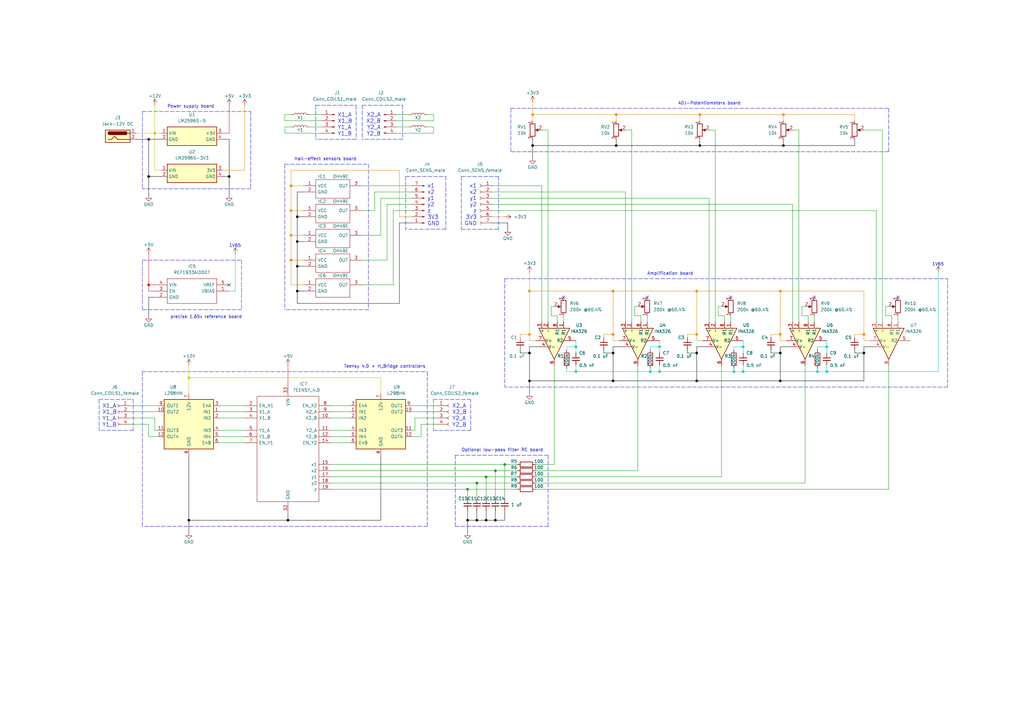
<source format=kicad_sch>
(kicad_sch (version 20211123) (generator eeschema)
  (paper "A3")
  (lib_symbols
    (symbol "Amplifier_Instrumentation:INA326" (pin_names (offset 0.127))
      (property "Reference" "U?" (at 6.5788 -11.43 90))
      (property "Value" "INA326" (at 4.0388 -11.43 90))
      (symbol "INA326_1_1"
        (pin passive line (at -7.62 3.81 0) (length 2.54) (name "R1") (number "1"))
        (pin input line (at -7.62 -2.54 0) (length 2.54) (name "-") (number "2"))
        (pin input line (at -7.62 -5.08 0) (length 2.54) (name "+") (number "3"))
        (pin power_in line (at 2.54 -6.35 90) (length 3.81) (name "V-") (number "4"))
        (pin input line (at 0 8.89 270) (length 5.08) (name "R2") (number "5"))
        (pin output line (at 10.16 0 180) (length 2.54) (name "~") (number "6"))
        (pin power_in line (at 0 -7.62 90) (length 3.81) (name "V+") (number "7"))
        (pin passive line (at -7.62 1.27 0) (length 2.54) (name "R1") (number "8"))
      )
    )
    (symbol "Connector:Conn_01x04_Female" (pin_names (offset 1.016) hide)
      (property "Reference" "J" (at 0 5.08 0))
      (property "Value" "Conn_01x04_Female" (at 0 -7.62 0))
      (symbol "Conn_01x04_Female_1_1"
        (pin passive line (at -5.08 2.54 0) (length 3.81) (name "Pin_1") (number "1"))
        (pin passive line (at -5.08 0 0) (length 3.81) (name "Pin_2") (number "2"))
        (pin passive line (at -5.08 -2.54 0) (length 3.81) (name "Pin_3") (number "3"))
        (pin passive line (at -5.08 -5.08 0) (length 3.81) (name "Pin_4") (number "4"))
      )
    )
    (symbol "Connector:Conn_01x04_Male" (pin_names (offset 1.016) hide)
      (property "Reference" "J" (at 0 5.08 0))
      (property "Value" "Conn_01x04_Male" (at 0 -7.62 0))
      (symbol "Conn_01x04_Male_1_1"
        (pin passive line (at 5.08 2.54 180) (length 3.81) (name "Pin_1") (number "1"))
        (pin passive line (at 5.08 0 180) (length 3.81) (name "Pin_2") (number "2"))
        (pin passive line (at 5.08 -2.54 180) (length 3.81) (name "Pin_3") (number "3"))
        (pin passive line (at 5.08 -5.08 180) (length 3.81) (name "Pin_4") (number "4"))
      )
    )
    (symbol "Connector:Conn_01x07_Female" (pin_names (offset 1.016) hide)
      (property "Reference" "J" (at 0 10.16 0))
      (property "Value" "Conn_01x07_Female" (at 0 -10.16 0))
      (symbol "Conn_01x07_Female_1_1"
        (pin passive line (at -5.08 7.62 0) (length 3.81) (name "Pin_1") (number "1"))
        (pin passive line (at -5.08 5.08 0) (length 3.81) (name "Pin_2") (number "2"))
        (pin passive line (at -5.08 2.54 0) (length 3.81) (name "Pin_3") (number "3"))
        (pin passive line (at -5.08 0 0) (length 3.81) (name "Pin_4") (number "4"))
        (pin passive line (at -5.08 -2.54 0) (length 3.81) (name "Pin_5") (number "5"))
        (pin passive line (at -5.08 -5.08 0) (length 3.81) (name "Pin_6") (number "6"))
        (pin passive line (at -5.08 -7.62 0) (length 3.81) (name "Pin_7") (number "7"))
      )
    )
    (symbol "Connector:Conn_01x07_Male" (pin_names (offset 1.016) hide)
      (property "Reference" "J" (at 0 10.16 0))
      (property "Value" "Conn_01x07_Male" (at 0 -10.16 0))
      (symbol "Conn_01x07_Male_1_1"
        (pin passive line (at 5.08 7.62 180) (length 3.81) (name "Pin_1") (number "1"))
        (pin passive line (at 5.08 5.08 180) (length 3.81) (name "Pin_2") (number "2"))
        (pin passive line (at 5.08 2.54 180) (length 3.81) (name "Pin_3") (number "3"))
        (pin passive line (at 5.08 0 180) (length 3.81) (name "Pin_4") (number "4"))
        (pin passive line (at 5.08 -2.54 180) (length 3.81) (name "Pin_5") (number "5"))
        (pin passive line (at 5.08 -5.08 180) (length 3.81) (name "Pin_6") (number "6"))
        (pin passive line (at 5.08 -7.62 180) (length 3.81) (name "Pin_7") (number "7"))
      )
    )
    (symbol "Connector:Jack-DC" (pin_names (offset 1.016))
      (property "Reference" "J?" (at 0 8.89 0))
      (property "Value" "Jack-12V DC" (at 0 6.35 0))
      (symbol "Jack-DC_1_1"
        (pin passive line (at 7.62 2.54 180) (length 2.54) (name "~") (number "1"))
        (pin passive line (at 7.62 0 180) (length 2.54) (name "~") (number "2"))
      )
    )
    (symbol "Device:C_Small" (pin_numbers hide) (pin_names (offset 0.254) hide)
      (property "Reference" "C" (at 0.254 1.778 0))
      (property "Value" "C_Small" (at 0.254 -2.032 0))
      (symbol "C_Small_1_1"
        (pin passive line (at 0 2.54 270) (length 2.032) (name "~") (number "1"))
        (pin passive line (at 0 -2.54 90) (length 2.032) (name "~") (number "2"))
      )
    )
    (symbol "Device:L" (pin_numbers hide) (pin_names (offset 1.016) hide)
      (property "Reference" "L" (at -1.27 0 90))
      (property "Value" "L" (at 1.905 0 90))
      (symbol "L_1_1"
        (pin passive line (at 0 3.81 270) (length 1.27) (name "1") (number "1"))
        (pin passive line (at 0 -3.81 90) (length 1.27) (name "2") (number "2"))
      )
    )
    (symbol "Device:R" (pin_numbers hide) (pin_names (offset 0))
      (property "Reference" "R" (at 2.032 0 90))
      (property "Value" "R" (at 0 0 90))
      (symbol "R_1_1"
        (pin passive line (at 0 3.81 270) (length 1.27) (name "~") (number "1"))
        (pin passive line (at 0 -3.81 90) (length 1.27) (name "~") (number "2"))
      )
    )
    (symbol "Device:R_Potentiometer" (pin_names (offset 1.016) hide)
      (property "Reference" "RV" (at -4.445 0 90))
      (property "Value" "R_Potentiometer" (at -2.54 0 90))
      (symbol "R_Potentiometer_1_1"
        (pin passive line (at 0 3.81 270) (length 1.27) (name "1") (number "1"))
        (pin passive line (at 3.81 0 180) (length 1.27) (name "2") (number "2"))
        (pin passive line (at 0 -3.81 90) (length 1.27) (name "3") (number "3"))
      )
    )
    (symbol "Driver_Motor:L298HN" (pin_names (offset 1.016))
      (property "Reference" "U?" (at 2.54 20.32 0))
      (property "Value" "L298HN" (at 0 17.78 0))
      (symbol "L298HN_1_1"
        (pin input line (at -15.24 10.16 0) (length 2.54) (name "IN1") (number "1"))
        (pin output line (at 10.16 10.16 180) (length 2.54) (name "OUT2") (number "10"))
        (pin output line (at 10.16 2.54 180) (length 2.54) (name "OUT3") (number "11"))
        (pin output line (at 10.16 0 180) (length 2.54) (name "OUT4") (number "12"))
        (pin input line (at -15.24 7.62 0) (length 2.54) (name "IN2") (number "2"))
        (pin input line (at -15.24 12.7 0) (length 2.54) (name "EnA") (number "3"))
        (pin input line (at -15.24 2.54 0) (length 2.54) (name "IN3") (number "4"))
        (pin input line (at -15.24 0 0) (length 2.54) (name "IN4") (number "5"))
        (pin input line (at -15.24 -2.54 0) (length 2.54) (name "EnB") (number "6"))
        (pin power_in line (at -2.54 17.78 270) (length 2.54) (name "12V") (number "7"))
        (pin power_in line (at -2.54 -7.62 90) (length 2.54) (name "GND") (number "8"))
        (pin output line (at 10.16 12.7 180) (length 2.54) (name "OUT1") (number "9"))
      )
    )
    (symbol "LM2596S-5_1"
      (property "Reference" "U?" (at 0 10.16 0))
      (property "Value" "LM2596S-3V3" (at 0 7.62 0))
      (symbol "LM2596S-5_1_1_1"
        (pin power_in line (at -12.7 2.54 0) (length 2.54) (name "VIN") (number "1"))
        (pin power_in line (at -12.7 0 0) (length 2.54) (name "GND") (number "2"))
        (pin power_out line (at 12.7 2.54 180) (length 2.54) (name "3V3") (number "3"))
        (pin power_out line (at 12.7 0 180) (length 2.54) (name "GND") (number "4"))
      )
    )
    (symbol "OH49E_1" (pin_names (offset 0.762))
      (property "Reference" "IC?" (at 5.08 -1.27 0))
      (property "Value" "OH49E_1" (at 5.08 -3.81 0))
      (symbol "OH49E_1_0_0"
        (pin passive line (at 5.08 1.27 0) (length 5.08) (name "VCC") (number "1"))
        (pin passive line (at 5.08 -1.27 0) (length 5.08) (name "GND") (number "2"))
        (pin passive line (at 29.21 1.27 180) (length 5.08) (name "OUT") (number "3"))
      )
    )
    (symbol "Regulator_Switching:LM2596S-5"
      (property "Reference" "U?" (at 0 -5.08 0))
      (property "Value" "LM2596S-5" (at 0 -7.62 0))
      (symbol "LM2596S-5_1_1"
        (pin power_in line (at -12.7 1.27 0) (length 2.54) (name "VIN") (number "1"))
        (pin power_in line (at -12.7 -1.27 0) (length 2.54) (name "GND") (number "2"))
        (pin power_out line (at 12.7 1.27 180) (length 2.54) (name "+5V") (number "3"))
        (pin power_out line (at 12.7 -1.27 180) (length 2.54) (name "GND") (number "4"))
      )
    )
    (symbol "personali:REF1933AIDDCT" (pin_names (offset 0.762))
      (property "Reference" "IC?" (at 15.24 7.62 0))
      (property "Value" "REF1933AIDDCT" (at 15.24 5.08 0))
      (symbol "REF1933AIDDCT_0_0"
        (pin passive line (at 30.48 -2.54 180) (length 5.08) (name "VBIAS") (number "1"))
        (pin passive line (at 0 -5.08 0) (length 5.08) (name "GND") (number "2"))
        (pin passive line (at 0 -2.54 0) (length 5.08) (name "EN") (number "3"))
        (pin passive line (at 0 0 0) (length 5.08) (name "VIN") (number "4"))
        (pin passive line (at 30.48 0 180) (length 5.08) (name "VREF") (number "5"))
      )
    )
    (symbol "personali:TEENSY_4.0" (pin_names (offset 0.762))
      (property "Reference" "IC?" (at 6.35 21.59 0))
      (property "Value" "TEENSY_4.0" (at 7.62 19.05 0))
      (symbol "TEENSY_4.0_0_0"
        (pin passive line (at 17.78 7.62 180) (length 5.08) (name "X2_B") (number "10"))
        (pin passive line (at 17.78 2.54 180) (length 5.08) (name "Y2_A") (number "11"))
        (pin passive line (at 17.78 0 180) (length 5.08) (name "Y2_B") (number "12"))
        (pin passive line (at 17.78 -2.54 180) (length 5.08) (name "EN_Y2") (number "14"))
        (pin passive line (at 17.78 -11.43 180) (length 5.08) (name "x1") (number "15"))
        (pin passive line (at 17.78 -13.97 180) (length 5.08) (name "x2") (number "16"))
        (pin passive line (at 17.78 -16.51 180) (length 5.08) (name "y1") (number "17"))
        (pin passive line (at 17.78 -19.05 180) (length 5.08) (name "y2") (number "18"))
        (pin passive line (at 17.78 -21.59 180) (length 5.08) (name "z") (number "19"))
        (pin passive line (at -17.78 12.7 0) (length 5.08) (name "EN_X1") (number "2"))
        (pin passive line (at -17.78 10.16 0) (length 5.08) (name "X1_A") (number "3"))
        (pin passive line (at 0 -31.75 90) (length 5.08) (name "GND") (number "32"))
        (pin passive line (at 0 21.59 270) (length 5.08) (name "VIN") (number "33"))
        (pin passive line (at -17.78 7.62 0) (length 5.08) (name "X1_B") (number "4"))
        (pin passive line (at -17.78 2.54 0) (length 5.08) (name "Y1_A") (number "5"))
        (pin passive line (at -17.78 0 0) (length 5.08) (name "Y1_B") (number "6"))
        (pin passive line (at -17.78 -2.54 0) (length 5.08) (name "EN_Y1") (number "7"))
        (pin passive line (at 17.78 12.7 180) (length 5.08) (name "EN_X2") (number "8"))
        (pin passive line (at 17.78 10.16 180) (length 5.08) (name "X2_A") (number "9"))
      )
    )
    (symbol "power:+12V" (power) (pin_names (offset 0))
      (property "Value" "+12V" (at 0 3.556 0))
      (symbol "+12V_1_1"
        (pin power_in line (at 0 0 90) (length 0) hide (name "+12V") (number "1"))
      )
    )
    (symbol "power:+3V3" (power) (pin_names (offset 0))
      (property "Value" "+3V3" (at 0 3.556 0))
      (symbol "+3V3_1_1"
        (pin power_in line (at 0 0 90) (length 0) hide (name "+3V3") (number "1"))
      )
    )
    (symbol "power:+5V" (power) (pin_names (offset 0))
      (property "Value" "+5V" (at 0 3.556 0))
      (symbol "+5V_1_1"
        (pin power_in line (at 0 0 90) (length 0) hide (name "+5V") (number "1"))
      )
    )
    (symbol "power:GND" (power) (pin_names (offset 0))
      (property "Value" "GND" (at 0 -3.81 0))
      (symbol "GND_1_1"
        (pin power_in line (at 0 0 270) (length 0) hide (name "GND") (number "1"))
      )
    )
    (symbol "power:VDD" (power) (pin_numbers hide) (pin_names (offset 0) hide)
      (property "Value" "VDD" (at 0 3.81 0))
      (symbol "VDD_1_1"
        (pin power_in line (at 0 0 90) (length 0) hide (name "VDD") (number "1"))
      )
    )
  )
  (junction (at 121.92 88.9) (color 0 0 0 1))
  (junction (at 321.31 59.69) (color 0 0 0 1))
  (junction (at 304.8 142.24) (color 0 194 194 1))
  (junction (at 60.96 116.84) (color 194 0 0 1))
  (junction (at 218.44 59.69) (color 0 0 0 1))
  (junction (at 251.46 144.78) (color 0 0 0 1))
  (junction (at 217.17 144.78) (color 0 0 0 1))
  (junction (at 285.75 119.38) (color 221 133 0 1))
  (junction (at 191.77 200.66))
  (junction (at 287.02 59.69) (color 0 0 0 1))
  (junction (at 63.5 54.61) (color 194 194 0 1))
  (junction (at 354.33 137.16) (color 221 133 0 1))
  (junction (at 119.38 106.68) (color 221 133 0 1))
  (junction (at 195.58 213.36) (color 0 0 0 1))
  (junction (at 285.75 137.16) (color 221 133 0 1))
  (junction (at 354.33 144.78) (color 0 0 0 1))
  (junction (at 218.44 46.99) (color 221 133 0 1))
  (junction (at 339.09 152.4) (color 0 194 194 1))
  (junction (at 236.22 152.4) (color 0 194 194 1))
  (junction (at 251.46 137.16) (color 221 133 0 1))
  (junction (at 207.01 190.5))
  (junction (at 93.98 72.39) (color 0 0 0 1))
  (junction (at 236.22 142.24) (color 0 194 194 1))
  (junction (at 77.47 213.36) (color 0 0 0 1))
  (junction (at 217.17 156.21) (color 0 0 0 1))
  (junction (at 203.2 213.36) (color 0 0 0 1))
  (junction (at 199.39 195.58))
  (junction (at 119.38 86.36) (color 221 133 0 1))
  (junction (at 252.73 59.69) (color 0 0 0 1))
  (junction (at 335.28 152.4) (color 0 194 194 1))
  (junction (at 203.2 193.04))
  (junction (at 199.39 213.36) (color 0 0 0 1))
  (junction (at 60.96 72.39) (color 0 0 0 1))
  (junction (at 320.04 156.21) (color 0 0 0 1))
  (junction (at 77.47 154.94) (color 194 194 0 1))
  (junction (at 320.04 144.78) (color 0 0 0 1))
  (junction (at 251.46 156.21) (color 0 0 0 1))
  (junction (at 300.99 152.4) (color 0 194 194 1))
  (junction (at 287.02 46.99) (color 221 133 0 1))
  (junction (at 270.51 152.4) (color 0 194 194 1))
  (junction (at 191.77 213.36) (color 0 0 0 1))
  (junction (at 121.92 99.06) (color 0 0 0 1))
  (junction (at 217.17 119.38) (color 221 133 0 1))
  (junction (at 270.51 142.24) (color 0 194 194 1))
  (junction (at 121.92 119.38) (color 0 0 0 1))
  (junction (at 285.75 144.78) (color 0 0 0 1))
  (junction (at 339.09 142.24) (color 0 194 194 1))
  (junction (at 217.17 137.16) (color 221 133 0 1))
  (junction (at 304.8 152.4) (color 0 194 194 1))
  (junction (at 119.38 96.52) (color 221 133 0 1))
  (junction (at 60.96 57.15) (color 0 0 0 1))
  (junction (at 121.92 109.22) (color 0 0 0 1))
  (junction (at 119.38 76.2) (color 221 133 0 1))
  (junction (at 321.31 46.99) (color 221 133 0 1))
  (junction (at 266.7 152.4) (color 0 194 194 1))
  (junction (at 285.75 156.21) (color 0 0 0 1))
  (junction (at 195.58 198.12))
  (junction (at 320.04 119.38) (color 221 133 0 1))
  (junction (at 251.46 119.38) (color 221 133 0 1))
  (junction (at 118.11 213.36) (color 0 0 0 1))
  (junction (at 320.04 137.16) (color 221 133 0 1))
  (junction (at 252.73 46.99) (color 221 133 0 1))
  (no_connect (at 93.98 116.84))
  (no_connect (at 299.72 121.92))
  (no_connect (at 368.3 121.92))
  (no_connect (at 265.43 121.92))
  (no_connect (at 231.14 121.92))
  (no_connect (at 334.01 121.92))
  (wire (pts (xy 327.66 132.08) (xy 327.66 53.34)))
  (wire (pts (xy 100.33 166.37) (xy 90.17 166.37)))
  (wire (pts (xy 63.5 171.45) (xy 53.34 171.45)))
  (polyline (pts (xy 102.87 45.72) (xy 102.87 77.47)))
  (wire (pts (xy 93.98 57.15) (xy 93.98 72.39)) (stroke (width 0) (color 0 0 0 1)))
  (wire (pts (xy 195.58 209.55) (xy 195.58 213.36)) (stroke (width 0) (color 0 0 0 1)))
  (wire (pts (xy 316.23 144.78) (xy 320.04 144.78)) (stroke (width 0) (color 0 0 0 1)))
  (wire (pts (xy 316.23 143.51) (xy 316.23 144.78)) (stroke (width 0) (color 0 0 0 1)))
  (wire (pts (xy 236.22 142.24) (xy 236.22 144.78)) (stroke (width 0) (color 0 194 194 1)))
  (polyline (pts (xy 40.64 163.83) (xy 40.64 176.53)))
  (wire (pts (xy 256.54 53.34) (xy 259.08 53.34)))
  (wire (pts (xy 290.83 53.34) (xy 293.37 53.34)))
  (wire (pts (xy 153.67 78.74) (xy 168.91 78.74)))
  (wire (pts (xy 252.73 49.53) (xy 252.73 46.99)) (stroke (width 0) (color 221 133 0 1)))
  (wire (pts (xy 320.04 137.16) (xy 320.04 139.7)) (stroke (width 0) (color 221 133 0 1)))
  (wire (pts (xy 168.91 83.82) (xy 158.75 83.82)))
  (wire (pts (xy 350.52 138.43) (xy 350.52 137.16)) (stroke (width 0) (color 221 133 0 1)))
  (wire (pts (xy 254 139.7) (xy 251.46 139.7)) (stroke (width 0) (color 221 133 0 1)))
  (wire (pts (xy 203.2 213.36) (xy 199.39 213.36)) (stroke (width 0) (color 0 0 0 1)))
  (wire (pts (xy 228.6 129.54) (xy 228.6 132.08)))
  (wire (pts (xy 124.46 78.74) (xy 121.92 78.74)) (stroke (width 0) (color 0 0 0 1)))
  (wire (pts (xy 270.51 142.24) (xy 270.51 144.78)) (stroke (width 0) (color 0 194 194 1)))
  (wire (pts (xy 217.17 144.78) (xy 217.17 156.21)) (stroke (width 0) (color 0 0 0 1)))
  (wire (pts (xy 93.98 43.18) (xy 93.98 54.61)) (stroke (width 0) (color 194 0 0 1)))
  (wire (pts (xy 116.84 54.61) (xy 116.84 52.07)))
  (wire (pts (xy 199.39 209.55) (xy 199.39 213.36)) (stroke (width 0) (color 0 0 0 1)))
  (wire (pts (xy 207.01 190.5) (xy 207.01 204.47)))
  (wire (pts (xy 121.92 99.06) (xy 121.92 109.22)) (stroke (width 0) (color 0 0 0 1)))
  (wire (pts (xy 207.01 213.36) (xy 203.2 213.36)) (stroke (width 0) (color 0 0 0 1)))
  (wire (pts (xy 207.01 209.55) (xy 207.01 213.36)) (stroke (width 0) (color 0 0 0 1)))
  (wire (pts (xy 256.54 78.74) (xy 201.93 78.74)))
  (wire (pts (xy 179.07 168.91) (xy 168.91 168.91)))
  (polyline (pts (xy 146.05 43.18) (xy 146.05 57.15)))
  (wire (pts (xy 93.98 119.38) (xy 96.52 119.38)) (stroke (width 0) (color 0 194 194 1)))
  (wire (pts (xy 124.46 106.68) (xy 119.38 106.68)) (stroke (width 0) (color 221 133 0 1)))
  (polyline (pts (xy 189.23 72.39) (xy 189.23 93.98)))
  (wire (pts (xy 339.09 152.4) (xy 384.81 152.4)) (stroke (width 0) (color 0 194 194 1)))
  (polyline (pts (xy 224.79 186.69) (xy 186.69 186.69)))
  (wire (pts (xy 119.38 76.2) (xy 124.46 76.2)) (stroke (width 0) (color 221 133 0 1)))
  (wire (pts (xy 330.2 149.86) (xy 330.2 198.12)))
  (wire (pts (xy 293.37 53.34) (xy 293.37 132.08)))
  (wire (pts (xy 63.5 43.18) (xy 63.5 54.61)) (stroke (width 0) (color 194 194 0 1)))
  (wire (pts (xy 287.02 59.69) (xy 321.31 59.69)) (stroke (width 0) (color 0 0 0 1)))
  (wire (pts (xy 294.64 125.73) (xy 294.64 129.54)))
  (polyline (pts (xy 224.79 215.9) (xy 224.79 186.69)))
  (wire (pts (xy 66.04 72.39) (xy 60.96 72.39)) (stroke (width 0) (color 0 0 0 1)))
  (wire (pts (xy 281.94 144.78) (xy 285.75 144.78)) (stroke (width 0) (color 0 0 0 1)))
  (wire (pts (xy 251.46 144.78) (xy 251.46 156.21)) (stroke (width 0) (color 0 0 0 1)))
  (polyline (pts (xy 102.87 77.47) (xy 58.42 77.47)))
  (polyline (pts (xy 165.1 43.18) (xy 165.1 57.15)))
  (wire (pts (xy 299.72 129.54) (xy 299.72 132.08)))
  (wire (pts (xy 320.04 142.24) (xy 320.04 144.78)) (stroke (width 0) (color 0 0 0 1)))
  (wire (pts (xy 91.44 57.15) (xy 93.98 57.15)) (stroke (width 0) (color 0 0 0 1)))
  (wire (pts (xy 218.44 41.91) (xy 218.44 46.99)) (stroke (width 0) (color 221 133 0 1)))
  (wire (pts (xy 217.17 111.76) (xy 217.17 119.38)) (stroke (width 0) (color 221 133 0 1)))
  (wire (pts (xy 335.28 151.13) (xy 335.28 152.4)) (stroke (width 0) (color 0 194 194 1)))
  (wire (pts (xy 179.07 166.37) (xy 168.91 166.37)))
  (wire (pts (xy 328.93 129.54) (xy 331.47 129.54)))
  (wire (pts (xy 201.93 91.44) (xy 208.28 91.44)) (stroke (width 0) (color 0 0 0 1)))
  (wire (pts (xy 135.89 195.58) (xy 199.39 195.58)))
  (wire (pts (xy 207.01 190.5) (xy 212.09 190.5)))
  (wire (pts (xy 335.28 142.24) (xy 339.09 142.24)) (stroke (width 0) (color 0 194 194 1)))
  (wire (pts (xy 300.99 142.24) (xy 304.8 142.24)) (stroke (width 0) (color 0 194 194 1)))
  (wire (pts (xy 168.91 88.9) (xy 163.83 88.9)) (stroke (width 0) (color 221 133 0 1)))
  (wire (pts (xy 290.83 81.28) (xy 290.83 132.08)))
  (wire (pts (xy 203.2 209.55) (xy 203.2 213.36)) (stroke (width 0) (color 0 0 0 1)))
  (wire (pts (xy 124.46 86.36) (xy 119.38 86.36)) (stroke (width 0) (color 221 133 0 1)))
  (wire (pts (xy 119.38 86.36) (xy 119.38 76.2)) (stroke (width 0) (color 221 133 0 1)))
  (wire (pts (xy 195.58 198.12) (xy 195.58 204.47)))
  (wire (pts (xy 177.8 52.07) (xy 175.26 52.07)))
  (wire (pts (xy 384.81 111.76) (xy 384.81 152.4)) (stroke (width 0) (color 0 194 194 1)))
  (polyline (pts (xy 177.8 163.83) (xy 193.04 163.83)))
  (polyline (pts (xy 186.69 215.9) (xy 224.79 215.9)))
  (wire (pts (xy 260.35 129.54) (xy 262.89 129.54)))
  (wire (pts (xy 191.77 209.55) (xy 191.77 213.36)) (stroke (width 0) (color 0 0 0 1)))
  (wire (pts (xy 64.77 179.07) (xy 60.96 179.07)))
  (wire (pts (xy 304.8 152.4) (xy 304.8 149.86)) (stroke (width 0) (color 0 194 194 1)))
  (wire (pts (xy 226.06 129.54) (xy 228.6 129.54)))
  (wire (pts (xy 247.65 138.43) (xy 247.65 137.16)) (stroke (width 0) (color 221 133 0 1)))
  (wire (pts (xy 201.93 86.36) (xy 359.41 86.36)))
  (wire (pts (xy 281.94 138.43) (xy 281.94 137.16)) (stroke (width 0) (color 221 133 0 1)))
  (wire (pts (xy 236.22 152.4) (xy 266.7 152.4)) (stroke (width 0) (color 0 194 194 1)))
  (wire (pts (xy 100.33 176.53) (xy 90.17 176.53)))
  (wire (pts (xy 350.52 143.51) (xy 350.52 144.78)) (stroke (width 0) (color 0 0 0 1)))
  (polyline (pts (xy 151.13 127) (xy 116.84 127)))
  (wire (pts (xy 53.34 166.37) (xy 64.77 166.37)))
  (wire (pts (xy 100.33 179.07) (xy 90.17 179.07)))
  (wire (pts (xy 60.96 116.84) (xy 63.5 116.84)) (stroke (width 0) (color 194 0 0 1)))
  (wire (pts (xy 132.08 46.99) (xy 127 46.99)))
  (wire (pts (xy 300.99 152.4) (xy 304.8 152.4)) (stroke (width 0) (color 0 194 194 1)))
  (wire (pts (xy 100.33 181.61) (xy 90.17 181.61)))
  (wire (pts (xy 281.94 137.16) (xy 285.75 137.16)) (stroke (width 0) (color 221 133 0 1)))
  (wire (pts (xy 162.56 46.99) (xy 167.64 46.99)))
  (wire (pts (xy 294.64 129.54) (xy 297.18 129.54)))
  (wire (pts (xy 163.83 91.44) (xy 163.83 124.46)) (stroke (width 0) (color 0 0 0 1)))
  (wire (pts (xy 63.5 54.61) (xy 66.04 54.61)) (stroke (width 0) (color 194 194 0 1)))
  (wire (pts (xy 218.44 46.99) (xy 218.44 49.53)) (stroke (width 0) (color 221 133 0 1)))
  (wire (pts (xy 121.92 124.46) (xy 121.92 119.38)) (stroke (width 0) (color 0 0 0 1)))
  (wire (pts (xy 320.04 156.21) (xy 354.33 156.21)) (stroke (width 0) (color 0 0 0 1)))
  (wire (pts (xy 96.52 104.14) (xy 96.52 119.38)) (stroke (width 0) (color 0 194 194 1)))
  (polyline (pts (xy 165.1 57.15) (xy 148.59 57.15)))
  (wire (pts (xy 354.33 53.34) (xy 361.95 53.34)))
  (polyline (pts (xy 40.64 163.83) (xy 54.61 163.83)))
  (polyline (pts (xy 58.42 152.4) (xy 175.26 152.4)))
  (wire (pts (xy 300.99 143.51) (xy 300.99 142.24)) (stroke (width 0) (color 0 194 194 1)))
  (wire (pts (xy 213.36 143.51) (xy 213.36 144.78)) (stroke (width 0) (color 0 0 0 1)))
  (wire (pts (xy 350.52 57.15) (xy 350.52 59.69)) (stroke (width 0) (color 0 0 0 1)))
  (wire (pts (xy 285.75 156.21) (xy 320.04 156.21)) (stroke (width 0) (color 0 0 0 1)))
  (polyline (pts (xy 58.42 45.72) (xy 58.42 77.47)))
  (polyline (pts (xy 129.54 43.18) (xy 129.54 57.15)))
  (wire (pts (xy 361.95 53.34) (xy 361.95 132.08)))
  (wire (pts (xy 135.89 176.53) (xy 143.51 176.53)))
  (wire (pts (xy 252.73 46.99) (xy 218.44 46.99)) (stroke (width 0) (color 221 133 0 1)))
  (wire (pts (xy 213.36 144.78) (xy 217.17 144.78)) (stroke (width 0) (color 0 0 0 1)))
  (wire (pts (xy 261.62 149.86) (xy 261.62 193.04)))
  (wire (pts (xy 121.92 109.22) (xy 121.92 119.38)) (stroke (width 0) (color 0 0 0 1)))
  (polyline (pts (xy 99.06 106.68) (xy 99.06 127)))
  (wire (pts (xy 60.96 72.39) (xy 60.96 57.15)) (stroke (width 0) (color 0 0 0 1)))
  (wire (pts (xy 321.31 46.99) (xy 350.52 46.99)) (stroke (width 0) (color 221 133 0 1)))
  (wire (pts (xy 195.58 198.12) (xy 212.0832 198.12)))
  (wire (pts (xy 323.85 142.24) (xy 320.04 142.24)) (stroke (width 0) (color 0 0 0 1)))
  (wire (pts (xy 219.71 190.5) (xy 227.33 190.5)))
  (wire (pts (xy 63.5 121.92) (xy 60.96 121.92)) (stroke (width 0) (color 0 0 0 1)))
  (polyline (pts (xy 177.8 163.83) (xy 177.8 176.53)))
  (wire (pts (xy 163.83 124.46) (xy 121.92 124.46)) (stroke (width 0) (color 0 0 0 1)))
  (wire (pts (xy 297.18 129.54) (xy 297.18 132.08)))
  (wire (pts (xy 232.41 142.24) (xy 236.22 142.24)) (stroke (width 0) (color 0 194 194 1)))
  (wire (pts (xy 350.52 46.99) (xy 350.52 49.53)) (stroke (width 0) (color 221 133 0 1)))
  (wire (pts (xy 161.29 116.84) (xy 161.29 86.36)))
  (wire (pts (xy 100.33 69.85) (xy 91.44 69.85)) (stroke (width 0) (color 221 133 0 1)))
  (wire (pts (xy 100.33 171.45) (xy 90.17 171.45)))
  (wire (pts (xy 232.41 143.51) (xy 232.41 142.24)) (stroke (width 0) (color 0 194 194 1)))
  (wire (pts (xy 320.04 119.38) (xy 285.75 119.38)) (stroke (width 0) (color 221 133 0 1)))
  (wire (pts (xy 135.89 198.12) (xy 195.58 198.12)))
  (wire (pts (xy 231.14 129.54) (xy 231.14 132.08)))
  (wire (pts (xy 252.73 46.99) (xy 287.02 46.99)) (stroke (width 0) (color 221 133 0 1)))
  (wire (pts (xy 295.91 149.86) (xy 295.91 195.58)))
  (wire (pts (xy 91.44 54.61) (xy 93.98 54.61)) (stroke (width 0) (color 194 0 0 1)))
  (wire (pts (xy 321.31 59.69) (xy 350.52 59.69)) (stroke (width 0) (color 0 0 0 1)))
  (wire (pts (xy 331.47 129.54) (xy 331.47 132.08)))
  (wire (pts (xy 219.7032 198.12) (xy 330.2 198.12)))
  (wire (pts (xy 162.56 52.07) (xy 167.64 52.07)))
  (wire (pts (xy 330.2 125.73) (xy 328.93 125.73)))
  (wire (pts (xy 77.47 213.36) (xy 77.47 186.69)) (stroke (width 0) (color 0 0 0 1)))
  (polyline (pts (xy 175.26 215.9) (xy 58.42 215.9)))
  (wire (pts (xy 60.96 57.15) (xy 66.04 57.15)) (stroke (width 0) (color 0 0 0 1)))
  (polyline (pts (xy 186.69 186.69) (xy 186.69 215.9)))
  (wire (pts (xy 219.71 193.04) (xy 261.62 193.04)))
  (wire (pts (xy 320.04 119.38) (xy 354.33 119.38)) (stroke (width 0) (color 221 133 0 1)))
  (wire (pts (xy 201.93 76.2) (xy 222.25 76.2)))
  (wire (pts (xy 252.73 57.15) (xy 252.73 59.69)) (stroke (width 0) (color 0 0 0 1)))
  (wire (pts (xy 119.38 46.99) (xy 116.84 46.99)))
  (polyline (pts (xy 209.55 44.45) (xy 209.55 62.23)))
  (wire (pts (xy 281.94 143.51) (xy 281.94 144.78)) (stroke (width 0) (color 0 0 0 1)))
  (wire (pts (xy 53.34 168.91) (xy 64.77 168.91)))
  (wire (pts (xy 262.89 129.54) (xy 262.89 132.08)))
  (wire (pts (xy 247.65 137.16) (xy 251.46 137.16)) (stroke (width 0) (color 221 133 0 1)))
  (wire (pts (xy 304.8 139.7) (xy 304.8 142.24)) (stroke (width 0) (color 0 194 194 1)))
  (polyline (pts (xy 209.55 44.45) (xy 364.49 44.45)))
  (wire (pts (xy 226.06 125.73) (xy 226.06 129.54)))
  (wire (pts (xy 356.87 139.7) (xy 354.33 139.7)) (stroke (width 0) (color 221 133 0 1)))
  (wire (pts (xy 156.21 186.69) (xy 156.21 213.36)) (stroke (width 0) (color 0 0 0 1)))
  (wire (pts (xy 364.49 149.86) (xy 364.49 200.66)))
  (wire (pts (xy 208.28 93.98) (xy 208.28 91.44)) (stroke (width 0) (color 0 0 0 1)))
  (polyline (pts (xy 148.59 43.18) (xy 165.1 43.18)))
  (wire (pts (xy 266.7 142.24) (xy 270.51 142.24)) (stroke (width 0) (color 0 194 194 1)))
  (wire (pts (xy 203.2 193.04) (xy 212.09 193.04)))
  (wire (pts (xy 121.92 88.9) (xy 124.46 88.9)) (stroke (width 0) (color 0 0 0 1)))
  (wire (pts (xy 77.47 154.94) (xy 77.47 161.29)) (stroke (width 0) (color 194 194 0 1)))
  (wire (pts (xy 118.11 210.82) (xy 118.11 213.36)) (stroke (width 0) (color 0 0 0 1)))
  (polyline (pts (xy 175.26 152.4) (xy 175.26 215.9)))
  (polyline (pts (xy 54.61 163.83) (xy 54.61 176.53)))
  (wire (pts (xy 365.76 129.54) (xy 365.76 132.08)))
  (wire (pts (xy 270.51 139.7) (xy 270.51 142.24)) (stroke (width 0) (color 0 194 194 1)))
  (wire (pts (xy 285.75 144.78) (xy 285.75 156.21)) (stroke (width 0) (color 0 0 0 1)))
  (wire (pts (xy 222.25 76.2) (xy 222.25 132.08)))
  (wire (pts (xy 55.88 57.15) (xy 60.96 57.15)) (stroke (width 0) (color 0 0 0 1)))
  (wire (pts (xy 119.38 69.85) (xy 119.38 76.2)) (stroke (width 0) (color 221 133 0 1)))
  (wire (pts (xy 217.17 156.21) (xy 217.17 161.29)) (stroke (width 0) (color 0 0 0 1)))
  (wire (pts (xy 320.04 144.78) (xy 320.04 156.21)) (stroke (width 0) (color 0 0 0 1)))
  (wire (pts (xy 251.46 137.16) (xy 251.46 139.7)) (stroke (width 0) (color 221 133 0 1)))
  (wire (pts (xy 358.14 142.24) (xy 354.33 142.24)) (stroke (width 0) (color 0 0 0 1)))
  (wire (pts (xy 116.84 52.07) (xy 119.38 52.07)))
  (wire (pts (xy 191.77 213.36) (xy 191.77 218.44)) (stroke (width 0) (color 0 0 0 1)))
  (wire (pts (xy 148.59 106.68) (xy 158.75 106.68)))
  (wire (pts (xy 359.41 132.08) (xy 359.41 86.36)))
  (wire (pts (xy 354.33 142.24) (xy 354.33 144.78)) (stroke (width 0) (color 0 0 0 1)))
  (wire (pts (xy 100.33 43.18) (xy 100.33 69.85)) (stroke (width 0) (color 221 133 0 1)))
  (wire (pts (xy 121.92 88.9) (xy 121.92 99.06)) (stroke (width 0) (color 0 0 0 1)))
  (wire (pts (xy 261.62 125.73) (xy 260.35 125.73)))
  (wire (pts (xy 135.89 168.91) (xy 143.51 168.91)))
  (wire (pts (xy 218.44 59.69) (xy 218.44 64.77)) (stroke (width 0) (color 0 0 0 1)))
  (wire (pts (xy 121.92 119.38) (xy 124.46 119.38)) (stroke (width 0) (color 0 0 0 1)))
  (wire (pts (xy 217.17 137.16) (xy 217.17 139.7)) (stroke (width 0) (color 221 133 0 1)))
  (wire (pts (xy 287.02 46.99) (xy 287.02 49.53)) (stroke (width 0) (color 221 133 0 1)))
  (wire (pts (xy 116.84 54.61) (xy 132.08 54.61)))
  (wire (pts (xy 191.77 200.66) (xy 212.09 200.66)))
  (wire (pts (xy 247.65 143.51) (xy 247.65 144.78)) (stroke (width 0) (color 0 0 0 1)))
  (polyline (pts (xy 78.74 106.68) (xy 99.06 106.68)))
  (wire (pts (xy 60.96 80.01) (xy 60.96 72.39)) (stroke (width 0) (color 0 0 0 1)))
  (wire (pts (xy 354.33 144.78) (xy 354.33 156.21)) (stroke (width 0) (color 0 0 0 1)))
  (wire (pts (xy 334.01 129.54) (xy 334.01 132.08)))
  (wire (pts (xy 288.29 139.7) (xy 285.75 139.7)) (stroke (width 0) (color 221 133 0 1)))
  (polyline (pts (xy 58.42 45.72) (xy 102.87 45.72)))
  (wire (pts (xy 260.35 125.73) (xy 260.35 129.54)))
  (wire (pts (xy 335.28 152.4) (xy 339.09 152.4)) (stroke (width 0) (color 0 194 194 1)))
  (polyline (pts (xy 151.13 67.31) (xy 151.13 127)))
  (wire (pts (xy 266.7 143.51) (xy 266.7 142.24)) (stroke (width 0) (color 0 194 194 1)))
  (wire (pts (xy 121.92 78.74) (xy 121.92 88.9)) (stroke (width 0) (color 0 0 0 1)))
  (wire (pts (xy 363.22 125.73) (xy 363.22 129.54)))
  (wire (pts (xy 325.12 53.34) (xy 327.66 53.34)))
  (polyline (pts (xy 148.59 43.18) (xy 148.59 57.15)))
  (wire (pts (xy 213.36 138.43) (xy 213.36 137.16)) (stroke (width 0) (color 221 133 0 1)))
  (polyline (pts (xy 99.06 127) (xy 58.42 127)))
  (wire (pts (xy 172.72 173.99) (xy 179.07 173.99)))
  (wire (pts (xy 201.93 83.82) (xy 325.12 83.82)))
  (polyline (pts (xy 58.42 106.68) (xy 78.74 106.68)))
  (wire (pts (xy 148.59 76.2) (xy 168.91 76.2)))
  (wire (pts (xy 60.96 121.92) (xy 60.96 129.54)) (stroke (width 0) (color 0 0 0 1)))
  (wire (pts (xy 135.89 200.66) (xy 191.77 200.66)))
  (wire (pts (xy 93.98 80.01) (xy 93.98 72.39)) (stroke (width 0) (color 0 0 0 1)))
  (polyline (pts (xy 204.47 93.98) (xy 189.23 93.98)))
  (wire (pts (xy 168.91 176.53) (xy 170.18 176.53)))
  (polyline (pts (xy 193.04 176.53) (xy 193.04 163.83)))
  (wire (pts (xy 168.91 91.44) (xy 163.83 91.44)) (stroke (width 0) (color 0 0 0 1)))
  (polyline (pts (xy 364.49 44.45) (xy 364.49 62.23)))
  (wire (pts (xy 325.12 132.08) (xy 325.12 83.82)))
  (wire (pts (xy 218.44 57.15) (xy 218.44 59.69)) (stroke (width 0) (color 0 0 0 1)))
  (polyline (pts (xy 166.37 72.39) (xy 166.37 93.98)))
  (polyline (pts (xy 182.88 72.39) (xy 182.88 93.98)))
  (wire (pts (xy 172.72 179.07) (xy 172.72 173.99)))
  (wire (pts (xy 300.99 151.13) (xy 300.99 152.4)) (stroke (width 0) (color 0 194 194 1)))
  (wire (pts (xy 163.83 69.85) (xy 119.38 69.85)) (stroke (width 0) (color 221 133 0 1)))
  (wire (pts (xy 219.6205 195.58) (xy 295.91 195.58)))
  (wire (pts (xy 252.73 59.69) (xy 218.44 59.69)) (stroke (width 0) (color 0 0 0 1)))
  (wire (pts (xy 153.67 86.36) (xy 153.67 78.74)))
  (wire (pts (xy 252.73 59.69) (xy 287.02 59.69)) (stroke (width 0) (color 0 0 0 1)))
  (wire (pts (xy 170.18 176.53) (xy 170.18 171.45)))
  (wire (pts (xy 363.22 129.54) (xy 365.76 129.54)))
  (wire (pts (xy 354.33 137.16) (xy 354.33 139.7)) (stroke (width 0) (color 221 133 0 1)))
  (wire (pts (xy 135.89 190.5) (xy 207.01 190.5)))
  (wire (pts (xy 148.59 96.52) (xy 156.21 96.52)))
  (wire (pts (xy 77.47 154.94) (xy 156.21 154.94)) (stroke (width 0) (color 194 194 0 1)))
  (wire (pts (xy 289.56 142.24) (xy 285.75 142.24)) (stroke (width 0) (color 0 0 0 1)))
  (wire (pts (xy 222.25 53.34) (xy 224.79 53.34)))
  (wire (pts (xy 148.59 116.84) (xy 161.29 116.84)))
  (wire (pts (xy 270.51 152.4) (xy 270.51 149.86)) (stroke (width 0) (color 0 194 194 1)))
  (wire (pts (xy 116.84 46.99) (xy 116.84 49.53)))
  (polyline (pts (xy 207.01 114.3) (xy 207.01 158.75)))
  (wire (pts (xy 63.5 54.61) (xy 63.5 69.85)) (stroke (width 0) (color 194 194 0 1)))
  (wire (pts (xy 60.96 179.07) (xy 60.96 173.99)))
  (polyline (pts (xy 189.23 72.39) (xy 204.47 72.39)))
  (wire (pts (xy 60.96 104.14) (xy 60.96 116.84)) (stroke (width 0) (color 194 0 0 1)))
  (wire (pts (xy 177.8 46.99) (xy 177.8 49.53)))
  (wire (pts (xy 63.5 176.53) (xy 63.5 171.45)))
  (wire (pts (xy 217.17 156.21) (xy 251.46 156.21)) (stroke (width 0) (color 0 0 0 1)))
  (wire (pts (xy 259.08 53.34) (xy 259.08 132.08)))
  (polyline (pts (xy 58.42 152.4) (xy 58.42 215.9)))
  (wire (pts (xy 195.58 213.36) (xy 191.77 213.36)) (stroke (width 0) (color 0 0 0 1)))
  (wire (pts (xy 161.29 86.36) (xy 168.91 86.36)))
  (wire (pts (xy 135.89 181.61) (xy 143.51 181.61)))
  (wire (pts (xy 119.38 96.52) (xy 119.38 86.36)) (stroke (width 0) (color 221 133 0 1)))
  (wire (pts (xy 368.3 129.54) (xy 368.3 132.08)))
  (polyline (pts (xy 129.54 43.18) (xy 146.05 43.18)))
  (wire (pts (xy 116.84 49.53) (xy 132.08 49.53)))
  (wire (pts (xy 55.88 54.61) (xy 63.5 54.61)) (stroke (width 0) (color 194 194 0 1)))
  (wire (pts (xy 251.46 119.38) (xy 251.46 137.16)) (stroke (width 0) (color 221 133 0 1)))
  (wire (pts (xy 158.75 83.82) (xy 158.75 106.68)))
  (polyline (pts (xy 146.05 57.15) (xy 129.54 57.15)))
  (wire (pts (xy 77.47 218.44) (xy 77.47 213.36)) (stroke (width 0) (color 0 0 0 1)))
  (wire (pts (xy 321.31 46.99) (xy 321.31 49.53)) (stroke (width 0) (color 221 133 0 1)))
  (wire (pts (xy 304.8 152.4) (xy 335.28 152.4)) (stroke (width 0) (color 0 194 194 1)))
  (wire (pts (xy 266.7 151.13) (xy 266.7 152.4)) (stroke (width 0) (color 0 194 194 1)))
  (wire (pts (xy 227.33 125.73) (xy 226.06 125.73)))
  (wire (pts (xy 177.8 54.61) (xy 177.8 52.07)))
  (wire (pts (xy 285.75 119.38) (xy 251.46 119.38)) (stroke (width 0) (color 221 133 0 1)))
  (polyline (pts (xy 182.88 93.98) (xy 166.37 93.98)))
  (wire (pts (xy 285.75 119.38) (xy 285.75 137.16)) (stroke (width 0) (color 221 133 0 1)))
  (wire (pts (xy 322.58 139.7) (xy 320.04 139.7)) (stroke (width 0) (color 221 133 0 1)))
  (wire (pts (xy 285.75 137.16) (xy 285.75 139.7)) (stroke (width 0) (color 221 133 0 1)))
  (wire (pts (xy 316.23 137.16) (xy 320.04 137.16)) (stroke (width 0) (color 221 133 0 1)))
  (wire (pts (xy 247.65 144.78) (xy 251.46 144.78)) (stroke (width 0) (color 0 0 0 1)))
  (wire (pts (xy 119.38 116.84) (xy 119.38 106.68)) (stroke (width 0) (color 221 133 0 1)))
  (wire (pts (xy 118.11 213.36) (xy 156.21 213.36)) (stroke (width 0) (color 0 0 0 1)))
  (polyline (pts (xy 166.37 72.39) (xy 182.88 72.39)))
  (wire (pts (xy 270.51 152.4) (xy 300.99 152.4)) (stroke (width 0) (color 0 194 194 1)))
  (wire (pts (xy 77.47 213.36) (xy 118.11 213.36)) (stroke (width 0) (color 0 0 0 1)))
  (wire (pts (xy 203.2 193.04) (xy 203.2 204.47)))
  (wire (pts (xy 199.39 195.58) (xy 212.0005 195.58)))
  (wire (pts (xy 321.31 57.15) (xy 321.31 59.69)) (stroke (width 0) (color 0 0 0 1)))
  (wire (pts (xy 118.11 149.86) (xy 118.11 157.48)) (stroke (width 0) (color 194 0 0 1)))
  (wire (pts (xy 135.89 179.07) (xy 143.51 179.07)))
  (wire (pts (xy 91.44 72.39) (xy 93.98 72.39)) (stroke (width 0) (color 0 0 0 1)))
  (wire (pts (xy 100.33 168.91) (xy 90.17 168.91)))
  (polyline (pts (xy 58.42 127) (xy 58.42 106.68)))
  (wire (pts (xy 63.5 119.38) (xy 60.96 119.38)) (stroke (width 0) (color 194 0 0 1)))
  (wire (pts (xy 316.23 138.43) (xy 316.23 137.16)) (stroke (width 0) (color 221 133 0 1)))
  (polyline (pts (xy 54.61 176.53) (xy 40.64 176.53)))
  (wire (pts (xy 201.93 81.28) (xy 290.83 81.28)))
  (wire (pts (xy 60.96 173.99) (xy 53.34 173.99)))
  (wire (pts (xy 285.75 142.24) (xy 285.75 144.78)) (stroke (width 0) (color 0 0 0 1)))
  (wire (pts (xy 207.01 88.9) (xy 201.93 88.9)) (stroke (width 0) (color 221 133 0 1)))
  (wire (pts (xy 350.52 144.78) (xy 354.33 144.78)) (stroke (width 0) (color 0 0 0 1)))
  (wire (pts (xy 124.46 96.52) (xy 119.38 96.52)) (stroke (width 0) (color 221 133 0 1)))
  (wire (pts (xy 191.77 200.66) (xy 191.77 204.47)))
  (wire (pts (xy 335.28 143.51) (xy 335.28 142.24)) (stroke (width 0) (color 0 194 194 1)))
  (wire (pts (xy 217.17 119.38) (xy 251.46 119.38)) (stroke (width 0) (color 221 133 0 1)))
  (wire (pts (xy 320.04 119.38) (xy 320.04 137.16)) (stroke (width 0) (color 221 133 0 1)))
  (polyline (pts (xy 364.49 62.23) (xy 209.55 62.23)))
  (wire (pts (xy 295.91 125.73) (xy 294.64 125.73)))
  (polyline (pts (xy 388.62 114.3) (xy 388.62 158.75)))
  (polyline (pts (xy 204.47 72.39) (xy 204.47 93.98)))
  (wire (pts (xy 156.21 96.52) (xy 156.21 81.28)))
  (wire (pts (xy 236.22 152.4) (xy 236.22 149.86)) (stroke (width 0) (color 0 194 194 1)))
  (wire (pts (xy 168.91 179.07) (xy 172.72 179.07)))
  (wire (pts (xy 135.89 193.04) (xy 203.2 193.04)))
  (wire (pts (xy 339.09 139.7) (xy 339.09 142.24)) (stroke (width 0) (color 0 194 194 1)))
  (wire (pts (xy 224.79 53.34) (xy 224.79 132.08)))
  (wire (pts (xy 163.83 88.9) (xy 163.83 69.85)) (stroke (width 0) (color 221 133 0 1)))
  (wire (pts (xy 236.22 139.7) (xy 236.22 142.24)) (stroke (width 0) (color 0 194 194 1)))
  (wire (pts (xy 119.38 106.68) (xy 119.38 96.52)) (stroke (width 0) (color 221 133 0 1)))
  (wire (pts (xy 219.71 200.66) (xy 364.49 200.66)))
  (wire (pts (xy 121.92 99.06) (xy 124.46 99.06)) (stroke (width 0) (color 0 0 0 1)))
  (wire (pts (xy 217.17 142.24) (xy 220.98 142.24)) (stroke (width 0) (color 0 0 0 1)))
  (wire (pts (xy 162.56 54.61) (xy 177.8 54.61)))
  (polyline (pts (xy 177.8 176.53) (xy 193.04 176.53)))
  (polyline (pts (xy 388.62 158.75) (xy 207.01 158.75)))
  (wire (pts (xy 156.21 154.94) (xy 156.21 161.29)) (stroke (width 0) (color 194 194 0 1)))
  (wire (pts (xy 127 52.07) (xy 132.08 52.07)))
  (wire (pts (xy 124.46 116.84) (xy 119.38 116.84)) (stroke (width 0) (color 221 133 0 1)))
  (wire (pts (xy 121.92 109.22) (xy 124.46 109.22)) (stroke (width 0) (color 0 0 0 1)))
  (wire (pts (xy 199.39 195.58) (xy 199.39 204.47)))
  (wire (pts (xy 66.04 69.85) (xy 63.5 69.85)) (stroke (width 0) (color 194 194 0 1)))
  (wire (pts (xy 135.89 171.45) (xy 143.51 171.45)))
  (wire (pts (xy 251.46 156.21) (xy 285.75 156.21)) (stroke (width 0) (color 0 0 0 1)))
  (wire (pts (xy 265.43 129.54) (xy 265.43 132.08)))
  (wire (pts (xy 304.8 142.24) (xy 304.8 144.78)) (stroke (width 0) (color 0 194 194 1)))
  (polyline (pts (xy 116.84 67.31) (xy 116.84 127)))
  (wire (pts (xy 135.89 166.37) (xy 143.51 166.37)))
  (wire (pts (xy 60.96 119.38) (xy 60.96 116.84)) (stroke (width 0) (color 194 0 0 1)))
  (wire (pts (xy 287.02 57.15) (xy 287.02 59.69)) (stroke (width 0) (color 0 0 0 1)))
  (wire (pts (xy 64.77 176.53) (xy 63.5 176.53)))
  (wire (pts (xy 339.09 152.4) (xy 339.09 149.86)) (stroke (width 0) (color 0 194 194 1)))
  (wire (pts (xy 256.54 132.08) (xy 256.54 78.74)))
  (wire (pts (xy 251.46 142.24) (xy 251.46 144.78)) (stroke (width 0) (color 0 0 0 1)))
  (wire (pts (xy 287.02 46.99) (xy 321.31 46.99)) (stroke (width 0) (color 221 133 0 1)))
  (wire (pts (xy 227.33 149.86) (xy 227.33 190.5)))
  (wire (pts (xy 350.52 137.16) (xy 354.33 137.16)) (stroke (width 0) (color 221 133 0 1)))
  (wire (pts (xy 364.49 125.73) (xy 363.22 125.73)))
  (wire (pts (xy 77.47 149.86) (xy 77.47 154.94)) (stroke (width 0) (color 194 194 0 1)))
  (wire (pts (xy 199.39 213.36) (xy 195.58 213.36)) (stroke (width 0) (color 0 0 0 1)))
  (wire (pts (xy 217.17 119.38) (xy 217.17 137.16)) (stroke (width 0) (color 221 133 0 1)))
  (wire (pts (xy 232.41 151.13) (xy 232.41 152.4)) (stroke (width 0) (color 0 194 194 1)))
  (wire (pts (xy 328.93 125.73) (xy 328.93 129.54)))
  (wire (pts (xy 217.17 139.7) (xy 219.71 139.7)) (stroke (width 0) (color 221 133 0 1)))
  (polyline (pts (xy 116.84 67.31) (xy 151.13 67.31)))
  (wire (pts (xy 232.41 152.4) (xy 236.22 152.4)) (stroke (width 0) (color 0 194 194 1)))
  (wire (pts (xy 339.09 142.24) (xy 339.09 144.78)) (stroke (width 0) (color 0 194 194 1)))
  (wire (pts (xy 251.46 142.24) (xy 255.27 142.24)) (stroke (width 0) (color 0 0 0 1)))
  (wire (pts (xy 217.17 142.24) (xy 217.17 144.78)) (stroke (width 0) (color 0 0 0 1)))
  (wire (pts (xy 170.18 171.45) (xy 179.07 171.45)))
  (wire (pts (xy 156.21 81.28) (xy 168.91 81.28)))
  (wire (pts (xy 213.36 137.16) (xy 217.17 137.16)) (stroke (width 0) (color 221 133 0 1)))
  (polyline (pts (xy 207.01 114.3) (xy 388.62 114.3)))
  (wire (pts (xy 266.7 152.4) (xy 270.51 152.4)) (stroke (width 0) (color 0 194 194 1)))
  (wire (pts (xy 148.59 86.36) (xy 153.67 86.36)))
  (wire (pts (xy 175.26 46.99) (xy 177.8 46.99)))
  (wire (pts (xy 354.33 119.38) (xy 354.33 137.16)) (stroke (width 0) (color 221 133 0 1)))
  (wire (pts (xy 177.8 49.53) (xy 162.56 49.53)))
  (text "x1\nx2\ny1\ny2\nz\n3V3\nGND" (at 175.26 92.71 0) (effects (font (size 1.6 1.6)) (justify left bottom)))
  (text "x1\nx2\ny1\ny2\nz\n3V3\nGND" (at 195.58 92.71 180) (effects (font (size 1.6 1.6)) (justify right bottom)))
  (text "Amplification board\n" (at 265.43 113.03 0) (effects (font (size 1.27 1.27)) (justify left bottom)))
  (text "Power supply board\n" (at 68.58 44.45 0) (effects (font (size 1.27 1.27)) (justify left bottom)))
  (text "Teensy 4.0 + H_Bridge controllers" (at 140.97 151.13 0) (effects (font (size 1.27 1.27)) (justify left bottom)))
  (text "precise 1.65v reference board\n" (at 69.85 130.81 0) (effects (font (size 1.27 1.27)) (justify left bottom)))
  (text "Hall-effect sensors board" (at 120.65 66.04 0) (effects (font (size 1.27 1.27)) (justify left bottom)))
  (text "X2_A\nX2_B\nY2_A\nY2_B" (at 156.21 55.88 180) (effects (font (size 1.6 1.6)) (justify right bottom)))
  (text "ADJ-Potentiometers board\n" (at 278.13 43.18 0) (effects (font (size 1.27 1.27)) (justify left bottom)))
  (text "X2_A\nX2_B\nY2_A\nY2_B" (at 185.42 175.26 0) (effects (font (size 1.6 1.6)) (justify left bottom)))
  (text "1V65\n" (at 382.27 109.22 0) (effects (font (size 1.27 1.27)) (justify left bottom)))
  (text "X1_A\nX1_B\nY1_A\nY1_B" (at 41.91 175.26 0) (effects (font (size 1.6 1.6)) (justify left bottom)))
  (text "Optional low-pass filter RC board\n" (at 189.23 185.42 0) (effects (font (size 1.27 1.27)) (justify left bottom)))
  (text "1V65\n" (at 93.98 101.6 0) (effects (font (size 1.27 1.27)) (justify left bottom)))
  (text "X1_A\nX1_B\nY1_A\nY1_B" (at 138.43 55.88 0) (effects (font (size 1.6 1.6)) (justify left bottom)))
  (symbol (lib_name "OH49E_1") (lib_id "personali:OH49E") (at 119.38 118.11 0) (unit 1)
    (property "Reference" "IC6" (at 132.08 113.03 0))
    (property "Value" "OH49E" (at 139.7 113.03 0))
    (property "Footprint" "OH3144" (effects hide))
    (property "Description" "Linear Hall Effect IC" (effects hide))
    (property "Height" "3.28" (effects hide))
    (property "Manufacturer_Name" "Ouzhuo" (effects hide))
    (property "Manufacturer_Part_Number" "OH49E" (effects hide))
  )
  (symbol (lib_id "Device:C_Small") (at 236.22 147.32 0) (unit 1)
    (property "Reference" "C6" (at 237.49 144.78 0) (effects (justify left)))
    (property "Value" "0.5 nF" (at 237.49 149.86 0) (effects (justify left)))
  )
  (symbol (lib_id "Device:R_Potentiometer") (at 299.72 125.73 180) (unit 1)
    (property "Reference" "RV8" (at 302.26 124.4599 0) (effects (justify right)))
    (property "Value" "200k @60.4%" (at 302.26 126.9999 0) (effects (justify right)))
  )
  (symbol (lib_id "power:GND") (at 191.77 218.44 0) (unit 1)
    (property "Reference" "#PWR019" (effects hide))
    (property "Value" "GND" (at 191.77 222.25 0))
  )
  (symbol (lib_id "power:+5V") (at 93.98 43.18 0) (unit 1)
    (property "Reference" "#PWR03" (effects hide))
    (property "Value" "+5V" (at 93.98 39.37 0))
  )
  (symbol (lib_id "Device:C_Small") (at 304.8 147.32 0) (unit 1)
    (property "Reference" "C8" (at 306.07 144.78 0) (effects (justify left)))
    (property "Value" "0.5 nF" (at 306.07 149.86 0) (effects (justify left)))
  )
  (symbol (lib_name "OH49E_1") (lib_id "personali:OH49E") (at 119.38 77.47 0) (unit 1)
    (property "Reference" "IC1" (at 132.08 72.39 0))
    (property "Value" "OH49E" (at 139.7 72.39 0))
    (property "Footprint" "OH3144" (effects hide))
    (property "Description" "Linear Hall Effect IC" (effects hide))
    (property "Height" "3.28" (effects hide))
    (property "Manufacturer_Name" "Ouzhuo" (effects hide))
    (property "Manufacturer_Part_Number" "OH49E" (effects hide))
  )
  (symbol (lib_id "Device:R_Potentiometer") (at 287.02 53.34 0) (unit 1)
    (property "Reference" "RV3" (at 284.48 52.0699 0) (effects (justify right)))
    (property "Value" "10k" (at 284.48 54.6099 0) (effects (justify right)))
  )
  (symbol (lib_id "Device:C_Small") (at 247.65 140.97 0) (unit 1)
    (property "Reference" "C2" (at 245.11 138.43 0))
    (property "Value" "0.1 uF" (at 246.38 146.05 0))
  )
  (symbol (lib_id "Device:L") (at 171.45 52.07 90) (unit 1)
    (property "Reference" "L4" (effects hide))
    (property "Value" "Y2" (at 171.45 53.34 90))
  )
  (symbol (lib_id "Connector:Conn_01x04_Male") (at 157.48 49.53 0) (unit 1)
    (property "Reference" "J2" (at 156.21 38.1 0))
    (property "Value" "Conn_COILS2_male" (at 157.48 40.64 0))
  )
  (symbol (lib_id "Device:R_Potentiometer") (at 334.01 125.73 180) (unit 1)
    (property "Reference" "RV9" (at 336.55 124.4599 0) (effects (justify right)))
    (property "Value" "200k @60.4%" (at 336.55 126.9999 0) (effects (justify right)))
  )
  (symbol (lib_id "power:GND") (at 77.47 218.44 0) (unit 1)
    (property "Reference" "#PWR018" (effects hide))
    (property "Value" "GND" (at 77.47 222.25 0))
  )
  (symbol (lib_id "Device:R_Potentiometer") (at 265.43 125.73 180) (unit 1)
    (property "Reference" "RV7" (at 267.97 124.4599 0) (effects (justify right)))
    (property "Value" "200k @60.4%" (at 267.97 126.9999 0) (effects (justify right)))
  )
  (symbol (lib_id "Device:R") (at 266.7 147.32 0) (unit 1)
    (property "Reference" "R2" (at 262.89 146.05 0) (effects (justify left)))
    (property "Value" "200k" (at 266.7 149.86 90) (effects (justify left)))
  )
  (symbol (lib_id "Device:R_Potentiometer") (at 350.52 53.34 0) (unit 1)
    (property "Reference" "RV5" (at 347.98 52.0699 0) (effects (justify right)))
    (property "Value" "10k" (at 347.98 54.6099 0) (effects (justify right)))
  )
  (symbol (lib_id "Device:R") (at 215.9 193.04 270) (unit 1)
    (property "Reference" "R6" (at 210.82 191.77 90))
    (property "Value" "100" (at 220.98 191.77 90))
  )
  (symbol (lib_id "Device:C_Small") (at 316.23 140.97 0) (unit 1)
    (property "Reference" "C4" (at 313.69 138.43 0))
    (property "Value" "0.1 uF" (at 314.96 146.05 0))
  )
  (symbol (lib_id "Connector:Conn_01x07_Male") (at 173.99 83.82 180) (unit 1)
    (property "Reference" "J4" (at 173.99 67.31 0) (effects (justify right)))
    (property "Value" "Conn_SENS_male" (at 166.37 69.85 0) (effects (justify right)))
  )
  (symbol (lib_id "Device:C_Small") (at 270.51 147.32 0) (unit 1)
    (property "Reference" "C7" (at 271.78 144.78 0) (effects (justify left)))
    (property "Value" "0.5 nF" (at 271.78 149.86 0) (effects (justify left)))
  )
  (symbol (lib_id "Device:R") (at 300.99 147.32 0) (unit 1)
    (property "Reference" "R3" (at 297.18 146.05 0) (effects (justify left)))
    (property "Value" "200k" (at 300.99 149.86 90) (effects (justify left)))
  )
  (symbol (lib_id "Driver_Motor:L298HN") (at 74.93 179.07 0) (mirror y) (unit 1)
    (property "Reference" "U8" (at 72.39 158.75 0) (effects (justify left)))
    (property "Value" "L298HN" (at 74.93 161.29 0) (effects (justify left)))
    (property "Footprint" "Package_TO_SOT_THT:TO-220-15_P2.54x2.54mm_StaggerOdd_Lead5.84mm_TabDown" (effects hide))
    (property "Datasheet" "http://www.st.com/st-web-ui/static/active/en/resource/technical/document/datasheet/CD00000240.pdf" (effects hide))
  )
  (symbol (lib_id "Device:C_Small") (at 191.77 207.01 0) (unit 1)
    (property "Reference" "C10" (at 187.96 204.47 0) (effects (justify left)))
    (property "Value" "0.5 nF" (effects hide))
  )
  (symbol (lib_id "Device:C_Small") (at 203.2 207.01 0) (unit 1)
    (property "Reference" "C13" (at 199.39 204.47 0) (effects (justify left)))
    (property "Value" "0.5 nF" (effects hide))
  )
  (symbol (lib_id "personali:REF1933AIDDCT") (at 63.5 116.84 0) (unit 1)
    (property "Reference" "IC5" (at 78.74 109.22 0))
    (property "Value" "REF1933AIDDCT" (at 78.74 111.76 0))
    (property "Footprint" "SOT95P280X110-5N" (effects hide))
    (property "Datasheet" "http://www.ti.com/lit/gpn/ref1933" (effects hide))
    (property "Description" "Dual Output Vref and Vref/2 Voltage Reference" (effects hide))
    (property "Height" "1.1" (effects hide))
    (property "Manufacturer_Name" "Texas Instruments" (effects hide))
    (property "Manufacturer_Part_Number" "REF1933AIDDCT" (effects hide))
    (property "Mouser Part Number" "595-REF1933AIDDCT" (effects hide))
    (property "Mouser Price/Stock" "https://www.mouser.co.uk/ProductDetail/Texas-Instruments/REF1933AIDDCT?qs=asCBFxFfL1SYqn%2FsVpk0PQ%3D%3D" (effects hide))
    (property "Arrow Part Number" "REF1933AIDDCT" (effects hide))
    (property "Arrow Price/Stock" "https://www.arrow.com/en/products/ref1933aiddct/texas-instruments?region=nac" (effects hide))
  )
  (symbol (lib_id "Device:C_Small") (at 207.01 207.01 0) (unit 1)
    (property "Reference" "C14" (at 203.2 204.47 0) (effects (justify left)))
    (property "Value" "1 uF" (at 209.55 207.01 0) (effects (justify left)))
  )
  (symbol (lib_id "Device:R_Potentiometer") (at 252.73 53.34 0) (unit 1)
    (property "Reference" "RV2" (at 250.19 52.0699 0) (effects (justify right)))
    (property "Value" "10k" (at 250.19 54.6099 0) (effects (justify right)))
  )
  (symbol (lib_id "power:+5V") (at 60.96 104.14 0) (unit 1)
    (property "Reference" "#PWR010" (effects hide))
    (property "Value" "+5V" (at 60.96 100.33 0))
  )
  (symbol (lib_id "power:GND") (at 60.96 129.54 0) (unit 1)
    (property "Reference" "#PWR014" (effects hide))
    (property "Value" "GND" (at 60.96 133.35 0))
  )
  (symbol (lib_id "power:+5V") (at 118.11 149.86 0) (unit 1)
    (property "Reference" "#PWR016" (effects hide))
    (property "Value" "+5V" (at 118.11 146.05 0))
  )
  (symbol (lib_id "power:VDD") (at 384.81 111.76 0) (unit 1)
    (property "Reference" "#PWR013" (effects hide))
    (property "Value" "VDD" (effects hide))
  )
  (symbol (lib_id "Device:L") (at 123.19 46.99 90) (unit 1)
    (property "Reference" "L1" (effects hide))
    (property "Value" "X1" (at 123.19 48.26 90))
  )
  (symbol (lib_id "Device:C_Small") (at 213.36 140.97 0) (unit 1)
    (property "Reference" "C1" (at 210.82 138.43 0))
    (property "Value" "0.1 uF" (at 212.09 146.05 0))
  )
  (symbol (lib_id "Connector:Conn_01x04_Female") (at 184.15 168.91 0) (unit 1)
    (property "Reference" "J7" (at 184.15 158.75 0) (effects (justify left)))
    (property "Value" "Conn_COILS2_female" (at 176.53 161.29 0) (effects (justify left)))
  )
  (symbol (lib_id "Device:C_Small") (at 199.39 207.01 0) (unit 1)
    (property "Reference" "C12" (at 195.58 204.47 0) (effects (justify left)))
    (property "Value" "0.5 nF" (effects hide))
  )
  (symbol (lib_id "Amplifier_Instrumentation:INA326") (at 330.2 139.7 270) (unit 1)
    (property "Reference" "U6" (at 340.36 133.35 90))
    (property "Value" "INA326" (at 340.36 135.89 90))
    (property "Footprint" "Package_SO:MSOP-8_3x3mm_P0.65mm" (effects hide))
    (property "Datasheet" "http://www.ti.com/lit/ds/symlink/ina326.pdf" (effects hide))
  )
  (symbol (lib_id "Device:R_Potentiometer") (at 218.44 53.34 0) (unit 1)
    (property "Reference" "RV1" (at 215.9 52.0699 0) (effects (justify right)))
    (property "Value" "10k" (at 215.9 54.6099 0) (effects (justify right)))
  )
  (symbol (lib_id "Device:R_Potentiometer") (at 321.31 53.34 0) (unit 1)
    (property "Reference" "RV4" (at 318.77 52.0699 0) (effects (justify right)))
    (property "Value" "10k" (at 318.77 54.6099 0) (effects (justify right)))
  )
  (symbol (lib_id "Device:L") (at 123.19 52.07 90) (unit 1)
    (property "Reference" "L3" (effects hide))
    (property "Value" "Y1" (at 123.19 53.34 90))
  )
  (symbol (lib_id "Connector:Jack-DC") (at 48.26 57.15 0) (unit 1)
    (property "Reference" "J3" (at 48.26 48.26 0))
    (property "Value" "Jack-12V DC" (at 48.26 50.8 0))
  )
  (symbol (lib_name "LM2596S-5_1") (lib_id "Regulator_Switching:LM2596S-5") (at 78.74 72.39 0) (unit 1)
    (property "Reference" "U2" (at 78.74 62.23 0))
    (property "Value" "LM2596S-3V3" (at 78.74 64.77 0))
    (property "Footprint" "Package_TO_SOT_SMD:TO-263-5_TabPin3" (effects hide))
    (property "Datasheet" "http://www.ti.com/lit/ds/symlink/lm2596.pdf" (effects hide))
  )
  (symbol (lib_id "power:+12V") (at 63.5 43.18 0) (unit 1)
    (property "Reference" "#PWR02" (effects hide))
    (property "Value" "+12V" (at 63.5 39.37 0))
  )
  (symbol (lib_id "Device:C_Small") (at 281.94 140.97 0) (unit 1)
    (property "Reference" "C3" (at 279.4 138.43 0))
    (property "Value" "0.1 uF" (at 280.67 146.05 0))
  )
  (symbol (lib_id "power:GND") (at 217.17 161.29 0) (unit 1)
    (property "Reference" "#PWR017" (effects hide))
    (property "Value" "GND" (at 217.17 165.1 0))
  )
  (symbol (lib_id "Connector:Conn_01x07_Female") (at 196.85 83.82 0) (mirror y) (unit 1)
    (property "Reference" "J5" (at 196.85 67.31 0))
    (property "Value" "Conn_SENS_female" (at 196.85 69.85 0))
  )
  (symbol (lib_id "power:+3V3") (at 207.01 88.9 270) (unit 1)
    (property "Reference" "#PWR08" (effects hide))
    (property "Value" "+3V3" (at 213.36 88.9 90))
  )
  (symbol (lib_id "power:GND") (at 218.44 64.77 0) (unit 1)
    (property "Reference" "#PWR05" (effects hide))
    (property "Value" "GND" (at 218.44 68.58 0))
  )
  (symbol (lib_id "power:+12V") (at 77.47 149.86 0) (unit 1)
    (property "Reference" "#PWR015" (effects hide))
    (property "Value" "+12V" (at 77.47 146.05 0))
  )
  (symbol (lib_id "Device:C_Small") (at 195.58 207.01 0) (unit 1)
    (property "Reference" "C11" (at 191.77 204.47 0) (effects (justify left)))
    (property "Value" "0.5 nF" (effects hide))
  )
  (symbol (lib_id "Amplifier_Instrumentation:INA326") (at 227.33 139.7 270) (unit 1)
    (property "Reference" "U3" (at 237.49 133.35 90))
    (property "Value" "INA326" (at 237.49 135.89 90))
    (property "Footprint" "Package_SO:MSOP-8_3x3mm_P0.65mm" (effects hide))
    (property "Datasheet" "http://www.ti.com/lit/ds/symlink/ina326.pdf" (effects hide))
  )
  (symbol (lib_id "Device:R") (at 335.28 147.32 0) (unit 1)
    (property "Reference" "R4" (at 331.47 146.05 0) (effects (justify left)))
    (property "Value" "200k" (at 335.28 149.86 90) (effects (justify left)))
  )
  (symbol (lib_id "Device:R") (at 215.8105 195.58 270) (unit 1)
    (property "Reference" "R7" (at 210.7305 194.31 90))
    (property "Value" "100" (at 220.98 194.31 90))
  )
  (symbol (lib_id "power:+3V3") (at 218.44 41.91 0) (unit 1)
    (property "Reference" "#PWR01" (effects hide))
    (property "Value" "+3V3" (at 218.44 38.1 0))
  )
  (symbol (lib_id "Regulator_Switching:LM2596S-5") (at 78.74 55.88 0) (unit 1)
    (property "Reference" "U1" (at 78.74 46.99 0))
    (property "Value" "LM2596S-5" (at 78.74 49.53 0))
    (property "Footprint" "Package_TO_SOT_SMD:TO-263-5_TabPin3" (effects hide))
    (property "Datasheet" "http://www.ti.com/lit/ds/symlink/lm2596.pdf" (effects hide))
  )
  (symbol (lib_id "Connector:Conn_01x04_Female") (at 48.26 168.91 0) (mirror y) (unit 1)
    (property "Reference" "J6" (at 48.26 158.75 0) (effects (justify left)))
    (property "Value" "Conn_COILS1_female" (at 57.15 161.29 0) (effects (justify left)))
  )
  (symbol (lib_id "Device:C_Small") (at 350.52 140.97 0) (unit 1)
    (property "Reference" "C5" (at 347.98 138.43 0))
    (property "Value" "0.1 uF" (at 349.25 146.05 0))
  )
  (symbol (lib_id "Amplifier_Instrumentation:INA326") (at 364.49 139.7 270) (unit 1)
    (property "Reference" "U7" (at 374.65 133.35 90))
    (property "Value" "INA326" (at 374.65 135.89 90))
    (property "Footprint" "Package_SO:MSOP-8_3x3mm_P0.65mm" (effects hide))
    (property "Datasheet" "http://www.ti.com/lit/ds/symlink/ina326.pdf" (effects hide))
  )
  (symbol (lib_id "Device:R") (at 215.9 190.5 270) (unit 1)
    (property "Reference" "R5" (at 210.82 189.23 90))
    (property "Value" "100" (at 220.98 189.23 90))
  )
  (symbol (lib_name "OH49E_1") (lib_id "personali:OH49E") (at 119.38 107.95 0) (unit 1)
    (property "Reference" "IC4" (at 132.08 102.87 0))
    (property "Value" "OH49E" (at 139.7 102.87 0))
    (property "Footprint" "OH3144" (effects hide))
    (property "Description" "Linear Hall Effect IC" (effects hide))
    (property "Height" "3.28" (effects hide))
    (property "Manufacturer_Name" "Ouzhuo" (effects hide))
    (property "Manufacturer_Part_Number" "OH49E" (effects hide))
  )
  (symbol (lib_id "power:+3V3") (at 100.33 43.18 0) (unit 1)
    (property "Reference" "#PWR04" (effects hide))
    (property "Value" "+3V3" (at 100.33 39.37 0))
  )
  (symbol (lib_id "Device:R_Potentiometer") (at 368.3 125.73 180) (unit 1)
    (property "Reference" "RV10" (at 370.84 124.4599 0) (effects (justify right)))
    (property "Value" "200k @60.4%" (at 370.84 126.9999 0) (effects (justify right)))
  )
  (symbol (lib_name "OH49E_1") (lib_id "personali:OH49E") (at 119.38 87.63 0) (unit 1)
    (property "Reference" "IC2" (at 132.08 82.55 0))
    (property "Value" "OH49E" (at 139.7 82.55 0))
    (property "Footprint" "OH3144" (effects hide))
    (property "Description" "Linear Hall Effect IC" (effects hide))
    (property "Height" "3.28" (effects hide))
    (property "Manufacturer_Name" "Ouzhuo" (effects hide))
    (property "Manufacturer_Part_Number" "OH49E" (effects hide))
  )
  (symbol (lib_id "Device:C_Small") (at 339.09 147.32 0) (unit 1)
    (property "Reference" "C9" (at 340.36 144.78 0) (effects (justify left)))
    (property "Value" "0.5 nF" (at 340.36 149.86 0) (effects (justify left)))
  )
  (symbol (lib_name "OH49E_1") (lib_id "personali:OH49E") (at 119.38 97.79 0) (unit 1)
    (property "Reference" "IC3" (at 132.08 92.71 0))
    (property "Value" "OH49E" (at 139.7 92.71 0))
    (property "Footprint" "OH3144" (effects hide))
    (property "Description" "Linear Hall Effect IC" (effects hide))
    (property "Height" "3.28" (effects hide))
    (property "Manufacturer_Name" "Ouzhuo" (effects hide))
    (property "Manufacturer_Part_Number" "OH49E" (effects hide))
  )
  (symbol (lib_id "Device:R") (at 215.9 200.66 270) (unit 1)
    (property "Reference" "R9" (at 210.82 199.39 90))
    (property "Value" "100" (at 220.98 199.39 90))
  )
  (symbol (lib_id "power:GND") (at 60.96 80.01 0) (unit 1)
    (property "Reference" "#PWR06" (effects hide))
    (property "Value" "GND" (at 60.96 83.82 0))
  )
  (symbol (lib_id "power:GND") (at 93.98 80.01 0) (unit 1)
    (property "Reference" "#PWR07" (effects hide))
    (property "Value" "GND" (at 93.98 83.82 0))
  )
  (symbol (lib_id "power:+3V3") (at 217.17 111.76 0) (unit 1)
    (property "Reference" "#PWR012" (effects hide))
    (property "Value" "+3V3" (at 217.17 107.95 0))
  )
  (symbol (lib_id "Device:L") (at 171.45 46.99 90) (unit 1)
    (property "Reference" "L2" (effects hide))
    (property "Value" "X2" (at 171.45 48.26 90))
  )
  (symbol (lib_id "Device:R_Potentiometer") (at 231.14 125.73 180) (unit 1)
    (property "Reference" "RV6" (at 233.68 124.4599 0) (effects (justify right)))
    (property "Value" "200k @60.4%" (at 233.68 126.9999 0) (effects (justify right)))
  )
  (symbol (lib_id "Driver_Motor:L298HN") (at 158.75 179.07 0) (unit 1)
    (property "Reference" "U9" (at 161.29 158.75 0) (effects (justify left)))
    (property "Value" "L298HN" (at 158.75 161.29 0) (effects (justify left)))
    (property "Footprint" "Package_TO_SOT_THT:TO-220-15_P2.54x2.54mm_StaggerOdd_Lead5.84mm_TabDown" (effects hide))
    (property "Datasheet" "http://www.st.com/st-web-ui/static/active/en/resource/technical/document/datasheet/CD00000240.pdf" (effects hide))
  )
  (symbol (lib_id "Connector:Conn_01x04_Male") (at 137.16 49.53 0) (mirror y) (unit 1)
    (property "Reference" "J1" (at 137.16 38.1 0) (effects (justify right)))
    (property "Value" "Conn_COILS1_male" (at 128.27 40.64 0) (effects (justify right)))
  )
  (symbol (lib_id "personali:TEENSY_4.0") (at 118.11 179.07 0) (unit 1)
    (property "Reference" "IC7" (at 124.46 157.48 0))
    (property "Value" "TEENSY_4.0" (at 125.73 160.02 0))
    (property "Footprint" "TEENSY40" (effects hide))
    (property "Datasheet" "https://www.pjrc.com/store/teensy40.html" (effects hide))
    (property "Description" "Teensy USB Board, Version 4.0" (effects hide))
    (property "Height" "4.64" (effects hide))
    (property "Manufacturer_Name" "Teensy" (effects hide))
    (property "Manufacturer_Part_Number" "TEENSY 4.0" (effects hide))
  )
  (symbol (lib_id "Amplifier_Instrumentation:INA326") (at 261.62 139.7 270) (unit 1)
    (property "Reference" "U4" (at 271.78 133.35 90))
    (property "Value" "INA326" (at 271.78 135.89 90))
    (property "Footprint" "Package_SO:MSOP-8_3x3mm_P0.65mm" (effects hide))
    (property "Datasheet" "http://www.ti.com/lit/ds/symlink/ina326.pdf" (effects hide))
  )
  (symbol (lib_id "Amplifier_Instrumentation:INA326") (at 295.91 139.7 270) (unit 1)
    (property "Reference" "U5" (at 306.07 133.35 90))
    (property "Value" "INA326" (at 306.07 135.89 90))
    (property "Footprint" "Package_SO:MSOP-8_3x3mm_P0.65mm" (effects hide))
    (property "Datasheet" "http://www.ti.com/lit/ds/symlink/ina326.pdf" (effects hide))
  )
  (symbol (lib_id "power:GND") (at 208.28 93.98 0) (unit 1)
    (property "Reference" "#PWR09" (effects hide))
    (property "Value" "GND" (at 208.28 97.79 0))
  )
  (symbol (lib_id "power:VDD") (at 96.52 104.14 0) (unit 1)
    (property "Reference" "#PWR011" (effects hide))
    (property "Value" "VDD" (effects hide))
  )
  (symbol (lib_id "Device:R") (at 215.8932 198.12 270) (unit 1)
    (property "Reference" "R8" (at 210.8132 196.85 90))
    (property "Value" "100" (at 220.98 196.85 90))
  )
  (symbol (lib_id "Device:R") (at 232.41 147.32 0) (unit 1)
    (property "Reference" "R1" (at 228.6 146.05 0) (effects (justify left)))
    (property "Value" "200k" (at 232.41 149.86 90) (effects (justify left)))
  )
)
</source>
